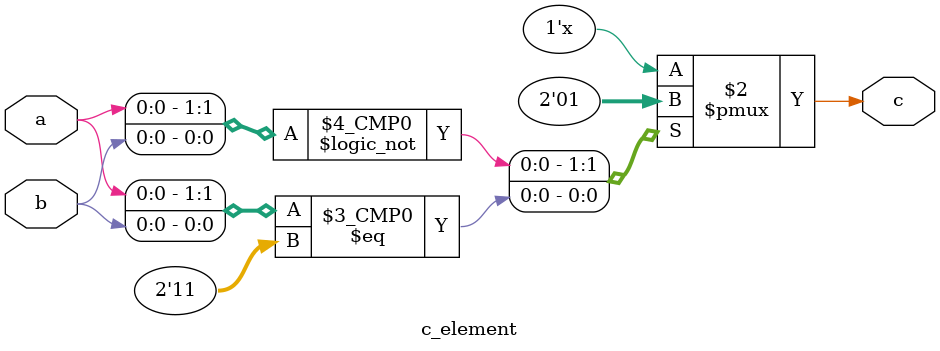
<source format=v>
module c_element (
    input a,
    b,
    output reg c
);  /* Muller C-element for asynchronous control */
  always @(*)
    case ({
      a, b
    })
      2'b00:   c <= 0;
      2'b11:   c <= 1;
      default: ;
    endcase
endmodule

</source>
